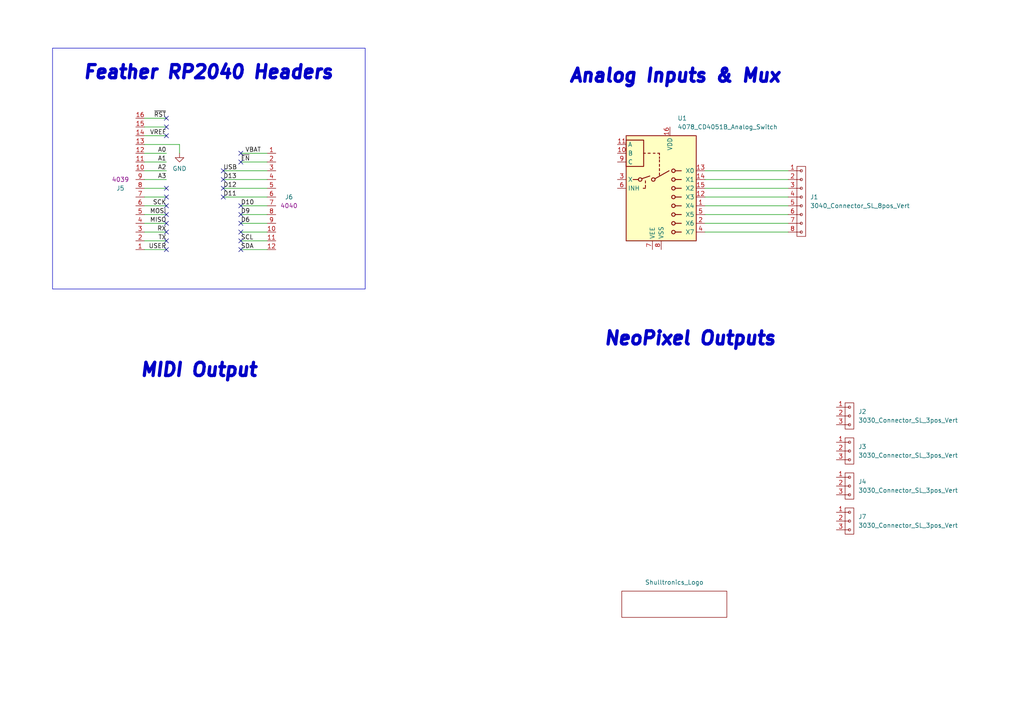
<source format=kicad_sch>
(kicad_sch (version 20231120) (generator "eeschema") (generator_version "8.0")
  (paper "A4")
  (lib_symbols
    (symbol "Shulltronics_Connectors:3030_Connector_SL_3pos_Vert" (pin_names (offset 1.016))
      (property "Reference" "J" (at 3.81 5.08 0))
      (property "Value" "3030_Connector_SL_3pos_Vert" (at 0 -6.35 0))
      (symbol "3030_Connector_SL_3pos_Vert_0_1"
        (polyline (pts (xy 2.54 -2.54) (xy 3.81 -2.54)))
        (polyline (pts (xy 2.54 0) (xy 3.81 0)))
        (polyline (pts (xy 2.54 2.54) (xy 3.81 2.54)))
        (rectangle (start 2.54 3.81) (end 5.08 -3.81))
        (circle (center 3.81 -2.54) (radius 0.3556))
        (circle (center 3.81 0) (radius 0.3556))
        (circle (center 3.81 2.54) (radius 0.3556))
      )
      (symbol "3030_Connector_SL_3pos_Vert_1_1"
        (pin input line (at 0 2.54 0) (length 2.54) (name "~") (number "1"))
        (pin input line (at 0 0 0) (length 2.54) (name "~") (number "2"))
        (pin input line (at 0 -2.54 0) (length 2.54) (name "~") (number "3"))
      )
    )
    (symbol "Shulltronics_Connectors:3040_Connector_SL_8pos_Vert" (pin_names (offset 1.016))
      (property "Reference" "J" (at 0 11.43 0))
      (property "Value" "3040_Connector_SL_8pos_Vert" (at 0 -13.97 0))
      (symbol "3040_Connector_SL_8pos_Vert_0_1"
        (polyline (pts (xy 2.54 -6.35) (xy 3.81 -6.35)))
        (polyline (pts (xy 2.54 -1.27) (xy 3.81 -1.27)))
        (polyline (pts (xy 2.54 3.81) (xy 3.81 3.81)))
        (polyline (pts (xy 2.54 8.89) (xy 3.81 8.89)))
        (polyline (pts (xy 3.81 -8.89) (xy 2.54 -8.89)))
        (polyline (pts (xy 3.81 -3.81) (xy 2.54 -3.81)))
        (polyline (pts (xy 3.81 1.27) (xy 2.54 1.27)))
        (polyline (pts (xy 3.81 6.35) (xy 2.54 6.35)))
        (rectangle (start 2.54 10.16) (end 5.08 -10.16))
        (circle (center 3.81 -8.89) (radius 0.3556))
        (circle (center 3.81 -6.35) (radius 0.3556))
        (circle (center 3.81 -3.81) (radius 0.3556))
        (circle (center 3.81 -1.27) (radius 0.3556))
        (circle (center 3.81 1.27) (radius 0.3556))
        (circle (center 3.81 3.81) (radius 0.3556))
        (circle (center 3.81 6.35) (radius 0.3556))
        (circle (center 3.81 8.89) (radius 0.3556))
      )
      (symbol "3040_Connector_SL_8pos_Vert_1_1"
        (pin input line (at 0 8.89 0) (length 2.54) (name "~") (number "1"))
        (pin input line (at 0 6.35 0) (length 2.54) (name "~") (number "2"))
        (pin input line (at 0 3.81 0) (length 2.54) (name "~") (number "3"))
        (pin input line (at 0 1.27 0) (length 2.54) (name "~") (number "4"))
        (pin input line (at 0 -1.27 0) (length 2.54) (name "~") (number "5"))
        (pin input line (at 0 -3.81 0) (length 2.54) (name "~") (number "6"))
        (pin input line (at 0 -6.35 0) (length 2.54) (name "~") (number "7"))
        (pin input line (at 0 -8.89 0) (length 2.54) (name "~") (number "8"))
      )
    )
    (symbol "Shulltronics_Connectors:4039_Header_Male_Vert_16pin_0.1in" (pin_names (offset 1.016))
      (property "Reference" "J" (at -1.27 22.86 0))
      (property "SPN" "4039" (at -1.27 -21.59 0))
      (symbol "4039_Header_Male_Vert_16pin_0.1in_0_0"
        (pin passive line (at -2.54 -19.05 0) (length 2.54) (name "~") (number "1"))
      )
      (symbol "4039_Header_Male_Vert_16pin_0.1in_1_1"
        (pin passive line (at -2.54 3.81 0) (length 2.54) (name "~") (number "10"))
        (pin passive line (at -2.54 6.35 0) (length 2.54) (name "") (number "11"))
        (pin passive line (at -2.54 8.89 0) (length 2.54) (name "") (number "12"))
        (pin passive line (at -2.54 11.43 0) (length 2.54) (name "") (number "13"))
        (pin passive line (at -2.54 13.97 0) (length 2.54) (name "") (number "14"))
        (pin passive line (at -2.54 16.51 0) (length 2.54) (name "") (number "15"))
        (pin passive line (at -2.54 19.05 0) (length 2.54) (name "") (number "16"))
        (pin passive line (at -2.54 -16.51 0) (length 2.54) (name "~") (number "2"))
        (pin passive line (at -2.54 -13.97 0) (length 2.54) (name "~") (number "3"))
        (pin passive line (at -2.54 -11.43 0) (length 2.54) (name "~") (number "4"))
        (pin passive line (at -2.54 -8.89 0) (length 2.54) (name "~") (number "5"))
        (pin passive line (at -2.54 -6.35 0) (length 2.54) (name "~") (number "6"))
        (pin passive line (at -2.54 -3.81 0) (length 2.54) (name "~") (number "7"))
        (pin passive line (at -2.54 -1.27 0) (length 2.54) (name "~") (number "8"))
        (pin passive line (at -2.54 1.27 0) (length 2.54) (name "~") (number "9"))
      )
    )
    (symbol "Shulltronics_Connectors:4040_Header_Male_Vert_12pin_0.1in" (pin_names (offset 1.016))
      (property "Reference" "J" (at -1.27 22.86 0))
      (property "SPN" "4040" (at -1.27 -16.51 0))
      (symbol "4040_Header_Male_Vert_12pin_0.1in_0_0"
        (pin passive line (at -2.54 -13.97 0) (length 2.54) (name "~") (number "1"))
      )
      (symbol "4040_Header_Male_Vert_12pin_0.1in_1_1"
        (pin passive line (at -2.54 8.89 0) (length 2.54) (name "~") (number "10"))
        (pin passive line (at -2.54 11.43 0) (length 2.54) (name "") (number "11"))
        (pin passive line (at -2.54 13.97 0) (length 2.54) (name "") (number "12"))
        (pin passive line (at -2.54 -11.43 0) (length 2.54) (name "~") (number "2"))
        (pin passive line (at -2.54 -8.89 0) (length 2.54) (name "~") (number "3"))
        (pin passive line (at -2.54 -6.35 0) (length 2.54) (name "~") (number "4"))
        (pin passive line (at -2.54 -3.81 0) (length 2.54) (name "~") (number "5"))
        (pin passive line (at -2.54 -1.27 0) (length 2.54) (name "~") (number "6"))
        (pin passive line (at -2.54 1.27 0) (length 2.54) (name "~") (number "7"))
        (pin passive line (at -2.54 3.81 0) (length 2.54) (name "~") (number "8"))
        (pin passive line (at -2.54 6.35 0) (length 2.54) (name "~") (number "9"))
      )
    )
    (symbol "Shulltronics_ICs:4078_CD4051B_Analog_Switch"
      (property "Reference" "U" (at -10.16 16.51 0))
      (property "Value" "4078_CD4051B_Analog_Switch" (at 3.81 16.51 0))
      (symbol "4078_CD4051B_Analog_Switch_0_1"
        (rectangle (start -10.16 6.35) (end -5.08 13.97) (stroke (width 0.254)))
        (rectangle (start -10.16 15.24) (end 10.16 -15.24) (stroke (width 0.254)) (fill (type background)))
        (circle (center -6.096 2.54) (radius 0.508) (stroke (width 0.254)))
        (circle (center -2.286 2.54) (radius 0.508) (stroke (width 0.254)))
        (polyline (pts (xy -8.128 2.54) (xy -6.604 2.54)) (stroke (width 0.254)))
        (polyline (pts (xy -5.588 2.794) (xy -3.302 3.556)) (stroke (width 0.254)))
        (polyline (pts (xy -4.572 0) (xy -5.207 0)) (stroke (width 0.254)))
        (polyline (pts (xy -4.572 0.254) (xy -4.572 0.889)) (stroke (width 0.254)))
        (polyline (pts (xy -4.572 1.524) (xy -4.572 2.159)) (stroke (width 0.254)))
        (polyline (pts (xy -4.572 10.16) (xy -5.08 10.16)) (stroke (width 0.254)))
        (polyline (pts (xy -3.81 10.16) (xy -3.175 10.16)) (stroke (width 0.254)))
        (polyline (pts (xy -1.778 2.794) (xy 2.286 5.08)) (stroke (width 0.254)))
        (polyline (pts (xy -1.778 10.16) (xy -2.286 10.16)) (stroke (width 0.254)))
        (polyline (pts (xy -0.508 3.81) (xy -0.508 4.445)) (stroke (width 0.254)))
        (polyline (pts (xy -0.508 5.08) (xy -0.508 5.715)) (stroke (width 0.254)))
        (polyline (pts (xy -0.508 6.35) (xy -0.508 6.985)) (stroke (width 0.254)))
        (polyline (pts (xy -0.508 7.62) (xy -0.508 8.255)) (stroke (width 0.254)))
        (polyline (pts (xy -0.508 8.636) (xy -0.508 9.144)) (stroke (width 0.254)))
        (polyline (pts (xy -0.508 9.652) (xy -0.508 10.16)) (stroke (width 0.254)))
        (polyline (pts (xy -0.508 10.16) (xy -1.016 10.16)) (stroke (width 0.254)))
        (polyline (pts (xy 4.064 -12.7) (xy 5.842 -12.7)) (stroke (width 0.254)))
        (polyline (pts (xy 4.064 -10.16) (xy 5.842 -10.16)) (stroke (width 0.254)))
        (polyline (pts (xy 4.064 -7.62) (xy 5.842 -7.62)) (stroke (width 0.254)))
        (polyline (pts (xy 4.064 -5.08) (xy 5.842 -5.08)) (stroke (width 0.254)))
        (polyline (pts (xy 4.064 -2.54) (xy 5.842 -2.54)) (stroke (width 0.254)))
        (polyline (pts (xy 4.064 0) (xy 5.842 0)) (stroke (width 0.254)))
        (polyline (pts (xy 4.064 2.54) (xy 5.842 2.54)) (stroke (width 0.254)))
        (polyline (pts (xy 4.064 5.08) (xy 5.842 5.08)) (stroke (width 0.254)))
        (circle (center 3.556 -12.7) (radius 0.508) (stroke (width 0.254)))
        (circle (center 3.556 -10.16) (radius 0.508) (stroke (width 0.254)))
        (circle (center 3.556 -7.62) (radius 0.508) (stroke (width 0.254)))
        (circle (center 3.556 -5.08) (radius 0.508) (stroke (width 0.254)))
        (circle (center 3.556 -2.54) (radius 0.508) (stroke (width 0.254)))
        (circle (center 3.556 0) (radius 0.508) (stroke (width 0.254)))
        (circle (center 3.556 2.54) (radius 0.508) (stroke (width 0.254)))
        (circle (center 3.556 5.08) (radius 0.508) (stroke (width 0.254)))
      )
      (symbol "4078_CD4051B_Analog_Switch_1_1"
        (pin bidirectional line (at 12.7 -5.08 180) (length 2.54) (name "X4") (number "1"))
        (pin input line (at -12.7 10.16 0) (length 2.54) (name "B") (number "10"))
        (pin input line (at -12.7 12.7 0) (length 2.54) (name "A") (number "11"))
        (pin bidirectional line (at 12.7 -2.54 180) (length 2.54) (name "X3") (number "12"))
        (pin bidirectional line (at 12.7 5.08 180) (length 2.54) (name "X0") (number "13"))
        (pin bidirectional line (at 12.7 2.54 180) (length 2.54) (name "X1") (number "14"))
        (pin bidirectional line (at 12.7 0 180) (length 2.54) (name "X2") (number "15"))
        (pin power_in line (at 2.54 17.78 270) (length 2.54) (name "VDD") (number "16"))
        (pin bidirectional line (at 12.7 -10.16 180) (length 2.54) (name "X6") (number "2"))
        (pin bidirectional line (at -12.7 2.54 0) (length 2.54) (name "X") (number "3"))
        (pin bidirectional line (at 12.7 -12.7 180) (length 2.54) (name "X7") (number "4"))
        (pin bidirectional line (at 12.7 -7.62 180) (length 2.54) (name "X5") (number "5"))
        (pin input line (at -12.7 0 0) (length 2.54) (name "INH") (number "6"))
        (pin power_in line (at -2.54 -17.78 90) (length 2.54) (name "VEE") (number "7"))
        (pin power_in line (at 0 -17.78 90) (length 2.54) (name "VSS") (number "8"))
        (pin input line (at -12.7 7.62 0) (length 2.54) (name "C") (number "9"))
      )
    )
    (symbol "Shulltronics_Sch_Symbols:GND" (power) (pin_names (offset 0))
      (property "Value" "GND" (at 0 -3.81 0))
      (symbol "GND_0_1"
        (polyline (pts (xy 0 0) (xy 0 -1.27) (xy 1.27 -1.27) (xy 0 -2.54) (xy -1.27 -1.27) (xy 0 -1.27)))
      )
      (symbol "GND_1_1"
        (pin power_in line (at 0 0 270) (length 0) hide (name "GND") (number "1"))
      )
    )
    (symbol "Shulltronics_Sch_Symbols:Shulltronics_Logo" (in_bom no)
      (property "Value" "Shulltronics_Logo" (at 0 0 0))
      (symbol "Shulltronics_Logo_0_1"
        (rectangle (start -15.24 3.81) (end 15.24 -3.81))
      )
    )
  )
  (no_connect (at 69.85 46.99))
  (no_connect (at 64.77 49.53))
  (no_connect (at 48.26 57.15))
  (no_connect (at 48.26 64.77))
  (no_connect (at 48.26 72.39))
  (no_connect (at 48.26 39.37))
  (no_connect (at 48.26 69.85))
  (no_connect (at 69.85 69.85))
  (no_connect (at 69.85 62.23))
  (no_connect (at 69.85 72.39))
  (no_connect (at 48.26 34.29))
  (no_connect (at 69.85 64.77))
  (no_connect (at 64.77 54.61))
  (no_connect (at 64.77 52.07))
  (no_connect (at 48.26 67.31))
  (no_connect (at 48.26 54.61))
  (no_connect (at 69.85 67.31))
  (no_connect (at 48.26 36.83))
  (no_connect (at 64.77 57.15))
  (no_connect (at 69.85 59.69))
  (no_connect (at 69.85 44.45))
  (no_connect (at 48.26 62.23))
  (no_connect (at 48.26 59.69))
  (wire (pts (xy 77.47 72.39) (xy 69.85 72.39)))
  (wire (pts (xy 48.26 52.07) (xy 41.91 52.07)))
  (wire (pts (xy 204.47 57.15) (xy 228.6 57.15)))
  (wire (pts (xy 41.91 57.15) (xy 48.26 57.15)))
  (wire (pts (xy 48.26 64.77) (xy 41.91 64.77)))
  (wire (pts (xy 41.91 72.39) (xy 48.26 72.39)))
  (wire (pts (xy 52.07 41.91) (xy 52.07 44.45)))
  (wire (pts (xy 77.47 46.99) (xy 69.85 46.99)))
  (wire (pts (xy 64.77 52.07) (xy 77.47 52.07)))
  (wire (pts (xy 64.77 54.61) (xy 77.47 54.61)))
  (wire (pts (xy 204.47 59.69) (xy 228.6 59.69)))
  (wire (pts (xy 204.47 54.61) (xy 228.6 54.61)))
  (wire (pts (xy 41.91 41.91) (xy 52.07 41.91)))
  (wire (pts (xy 204.47 52.07) (xy 228.6 52.07)))
  (wire (pts (xy 77.47 62.23) (xy 69.85 62.23)))
  (wire (pts (xy 77.47 59.69) (xy 69.85 59.69)))
  (wire (pts (xy 77.47 69.85) (xy 69.85 69.85)))
  (wire (pts (xy 48.26 67.31) (xy 41.91 67.31)))
  (wire (pts (xy 48.26 44.45) (xy 41.91 44.45)))
  (wire (pts (xy 48.26 49.53) (xy 41.91 49.53)))
  (wire (pts (xy 48.26 34.29) (xy 41.91 34.29)))
  (wire (pts (xy 48.26 69.85) (xy 41.91 69.85)))
  (wire (pts (xy 204.47 67.31) (xy 228.6 67.31)))
  (wire (pts (xy 41.91 36.83) (xy 48.26 36.83)))
  (wire (pts (xy 64.77 57.15) (xy 77.47 57.15)))
  (wire (pts (xy 204.47 64.77) (xy 228.6 64.77)))
  (wire (pts (xy 48.26 59.69) (xy 41.91 59.69)))
  (wire (pts (xy 77.47 64.77) (xy 69.85 64.77)))
  (wire (pts (xy 64.77 49.53) (xy 77.47 49.53)))
  (wire (pts (xy 48.26 46.99) (xy 41.91 46.99)))
  (wire (pts (xy 69.85 67.31) (xy 77.47 67.31)))
  (wire (pts (xy 48.26 62.23) (xy 41.91 62.23)))
  (wire (pts (xy 41.91 54.61) (xy 48.26 54.61)))
  (wire (pts (xy 204.47 62.23) (xy 228.6 62.23)))
  (wire (pts (xy 204.47 49.53) (xy 228.6 49.53)))
  (wire (pts (xy 69.85 44.45) (xy 77.47 44.45)))
  (wire (pts (xy 41.91 39.37) (xy 48.26 39.37)))
  (rectangle (start 15.24 13.97) (end 105.918 83.82))
  (text "Feather RP2040 Headers" (at 60.452 21.082 0) (effects (font (size 3.81 3.81) (thickness 1.016) (bold yes) (italic yes))))
  (text "Analog Inputs & Mux" (at 195.834 22.098 0) (effects (font (size 3.81 3.81) (thickness 1.016) (bold yes) (italic yes))))
  (text "NeoPixel Outputs" (at 200.152 98.298 0) (effects (font (size 3.81 3.81) (thickness 1.016) (bold yes) (italic yes))))
  (text "MIDI Output" (at 57.658 107.442 0) (effects (font (size 3.81 3.81) (thickness 1.016) (bold yes) (italic yes))))
  (label "SCK" (at 48.26 59.69 180))
  (label "D12" (at 64.77 54.61 0))
  (label "A2" (at 48.26 49.53 180))
  (label "SDA" (at 69.85 72.39 0))
  (label "A3" (at 48.26 52.07 180))
  (label "~{EN}" (at 69.85 46.99 0))
  (label "VBAT" (at 71.12 44.45 0))
  (label "MOSI" (at 48.26 62.23 180))
  (label "TX" (at 48.26 69.85 180))
  (label "D13" (at 64.77 52.07 0))
  (label "USB" (at 64.77 49.53 0))
  (label "D6" (at 69.85 64.77 0))
  (label "A1" (at 48.26 46.99 180))
  (label "D11" (at 64.77 57.15 0))
  (label "A0" (at 48.26 44.45 180))
  (label "D9" (at 69.85 62.23 0))
  (label "MISO" (at 48.26 64.77 180))
  (label "VREF" (at 48.26 39.37 180))
  (label "USER" (at 48.26 72.39 180))
  (label "~{RST}" (at 48.26 34.29 180))
  (label "RX" (at 48.26 67.31 180))
  (label "D10" (at 69.85 59.69 0))
  (label "SCL" (at 69.85 69.85 0))
  (symbol (lib_id "Shulltronics_Connectors:4040_Header_Male_Vert_12pin_0.1in") (at 80.01 58.42 0) (mirror x) (unit 1)
    (property "Reference" "J6" (at 83.82 57.15 0))
    (property "Value" "4040_Header_Male_Vert_12pin_0.1in" (effects (hide yes)))
    (property "Footprint" "Shulltronics_Connectors:4040_Header_12pos_2.54mm" (effects (hide yes)))
    (property "Datasheet" "https://www.we-online.com/katalog/datasheet/6130xx11121.pdf" (effects (hide yes)))
    (property "SPN" "4040" (at 83.82 59.69 0))
  )
  (symbol (lib_id "Shulltronics_Sch_Symbols:GND") (at 52.07 44.45 0) (unit 1)
    (property "Reference" "#PWR01" (effects (hide yes)))
    (property "Value" "GND" (at 52.07 48.895 0))
  )
  (symbol (lib_id "Shulltronics_Connectors:3030_Connector_SL_3pos_Vert") (at 242.57 130.81 0) (unit 1)
    (property "Reference" "J3" (at 248.92 129.5399 0) (effects (justify left)))
    (property "Value" "3030_Connector_SL_3pos_Vert" (at 248.92 132.0799 0) (effects (justify left)))
    (property "Footprint" "Shulltronics_Connectors:3030_Molex_SL_3pos_Vert" (effects (hide yes)))
  )
  (symbol (lib_id "Shulltronics_Connectors:4039_Header_Male_Vert_16pin_0.1in") (at 39.37 53.34 0) (mirror y) (unit 1)
    (property "Reference" "J5" (at 34.925 54.61 0))
    (property "Value" "4039_Header_Male_Vert_16pin_0.1in" (effects (hide yes)))
    (property "Footprint" "Shulltronics_Connectors:4039_Header_16pos_2.54mm" (effects (hide yes)))
    (property "Datasheet" "https://www.we-online.com/katalog/datasheet/6130xx11121.pdf" (effects (hide yes)))
    (property "SPN" "4039" (at 34.925 52.07 0))
  )
  (symbol (lib_id "Shulltronics_ICs:4078_CD4051B_Analog_Switch") (at 191.77 54.61 0) (unit 1)
    (property "Reference" "U1" (at 196.5041 34.29 0) (effects (justify left)))
    (property "Value" "4078_CD4051B_Analog_Switch" (at 196.5041 36.83 0) (effects (justify left)))
    (property "Footprint" "Package_SO:TSSOP-16_4.4x5mm_P0.65mm" (effects (hide yes)))
    (property "Datasheet" "http://www.ti.com/lit/ds/symlink/cd4052b.pdf" (effects (hide yes)))
    (property "Description" "CMOS single 8-channel analog multiplexer demultiplexer, TSSOP-16/DIP-16/SOIC-16" (effects (hide yes)))
  )
  (symbol (lib_id "Shulltronics_Connectors:3030_Connector_SL_3pos_Vert") (at 242.57 151.13 0) (unit 1)
    (property "Reference" "J7" (at 248.92 149.8599 0) (effects (justify left)))
    (property "Value" "3030_Connector_SL_3pos_Vert" (at 248.92 152.3999 0) (effects (justify left)))
    (property "Footprint" "Shulltronics_Connectors:3030_Molex_SL_3pos_Vert" (effects (hide yes)))
  )
  (symbol (lib_id "Shulltronics_Connectors:3030_Connector_SL_3pos_Vert") (at 242.57 120.65 0) (unit 1)
    (property "Reference" "J2" (at 248.92 119.3799 0) (effects (justify left)))
    (property "Value" "3030_Connector_SL_3pos_Vert" (at 248.92 121.9199 0) (effects (justify left)))
    (property "Footprint" "Shulltronics_Connectors:3030_Molex_SL_3pos_Vert" (effects (hide yes)))
  )
  (symbol (lib_id "Shulltronics_Connectors:3030_Connector_SL_3pos_Vert") (at 242.57 140.97 0) (unit 1)
    (property "Reference" "J4" (at 248.92 139.6999 0) (effects (justify left)))
    (property "Value" "3030_Connector_SL_3pos_Vert" (at 248.92 142.2399 0) (effects (justify left)))
    (property "Footprint" "Shulltronics_Connectors:3030_Molex_SL_3pos_Vert" (effects (hide yes)))
  )
  (symbol (lib_id "Shulltronics_Sch_Symbols:Shulltronics_Logo") (at 195.58 175.26 0) (unit 1) (in_bom no)
    (property "Reference" "L1" (effects (hide yes)))
    (property "Value" "Shulltronics_Logo" (at 195.58 168.91 0))
    (property "Footprint" "Shulltronics_Generics:Shulltronics_Logo" (effects (hide yes)))
  )
  (symbol (lib_id "Shulltronics_Connectors:3040_Connector_SL_8pos_Vert") (at 228.6 58.42 0) (unit 1)
    (property "Reference" "J1" (at 234.95 57.1499 0) (effects (justify left)))
    (property "Value" "3040_Connector_SL_8pos_Vert" (at 234.95 59.6899 0) (effects (justify left)))
    (property "Footprint" "Shulltronics_Connectors:3040_Molex_SL_8pos_Vert" (effects (hide yes)))
  )
)
</source>
